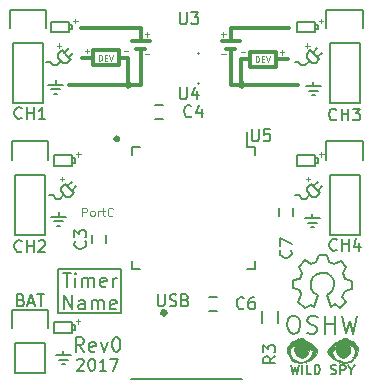
<source format=gto>
G04 #@! TF.FileFunction,Legend,Top*
%FSLAX46Y46*%
G04 Gerber Fmt 4.6, Leading zero omitted, Abs format (unit mm)*
G04 Created by KiCad (PCBNEW 4.0.2+dfsg1-stable) date Sat 12 Nov 2016 15:30:03 AEDT*
%MOMM*%
G01*
G04 APERTURE LIST*
%ADD10C,0.100000*%
%ADD11C,0.200000*%
%ADD12C,0.125000*%
%ADD13C,0.150000*%
%ADD14C,0.300000*%
%ADD15C,0.500000*%
%ADD16C,0.010000*%
G04 APERTURE END LIST*
D10*
D11*
X195328572Y-124692857D02*
X194928572Y-124121429D01*
X194642857Y-124692857D02*
X194642857Y-123492857D01*
X195100000Y-123492857D01*
X195214286Y-123550000D01*
X195271429Y-123607143D01*
X195328572Y-123721429D01*
X195328572Y-123892857D01*
X195271429Y-124007143D01*
X195214286Y-124064286D01*
X195100000Y-124121429D01*
X194642857Y-124121429D01*
X196300000Y-124635714D02*
X196185714Y-124692857D01*
X195957143Y-124692857D01*
X195842857Y-124635714D01*
X195785714Y-124521429D01*
X195785714Y-124064286D01*
X195842857Y-123950000D01*
X195957143Y-123892857D01*
X196185714Y-123892857D01*
X196300000Y-123950000D01*
X196357143Y-124064286D01*
X196357143Y-124178571D01*
X195785714Y-124292857D01*
X196757143Y-123892857D02*
X197042857Y-124692857D01*
X197328571Y-123892857D01*
X198014286Y-123492857D02*
X198128571Y-123492857D01*
X198242857Y-123550000D01*
X198300000Y-123607143D01*
X198357143Y-123721429D01*
X198414286Y-123950000D01*
X198414286Y-124235714D01*
X198357143Y-124464286D01*
X198300000Y-124578571D01*
X198242857Y-124635714D01*
X198128571Y-124692857D01*
X198014286Y-124692857D01*
X197900000Y-124635714D01*
X197842857Y-124578571D01*
X197785714Y-124464286D01*
X197728571Y-124235714D01*
X197728571Y-123950000D01*
X197785714Y-123721429D01*
X197842857Y-123607143D01*
X197900000Y-123550000D01*
X198014286Y-123492857D01*
X194754714Y-125404619D02*
X194802333Y-125357000D01*
X194897571Y-125309381D01*
X195135667Y-125309381D01*
X195230905Y-125357000D01*
X195278524Y-125404619D01*
X195326143Y-125499857D01*
X195326143Y-125595095D01*
X195278524Y-125737952D01*
X194707095Y-126309381D01*
X195326143Y-126309381D01*
X195945190Y-125309381D02*
X196040429Y-125309381D01*
X196135667Y-125357000D01*
X196183286Y-125404619D01*
X196230905Y-125499857D01*
X196278524Y-125690333D01*
X196278524Y-125928429D01*
X196230905Y-126118905D01*
X196183286Y-126214143D01*
X196135667Y-126261762D01*
X196040429Y-126309381D01*
X195945190Y-126309381D01*
X195849952Y-126261762D01*
X195802333Y-126214143D01*
X195754714Y-126118905D01*
X195707095Y-125928429D01*
X195707095Y-125690333D01*
X195754714Y-125499857D01*
X195802333Y-125404619D01*
X195849952Y-125357000D01*
X195945190Y-125309381D01*
X197230905Y-126309381D02*
X196659476Y-126309381D01*
X196945190Y-126309381D02*
X196945190Y-125309381D01*
X196849952Y-125452238D01*
X196754714Y-125547476D01*
X196659476Y-125595095D01*
X197564238Y-125309381D02*
X198230905Y-125309381D01*
X197802333Y-126309381D01*
X198501000Y-117729000D02*
X198501000Y-121412000D01*
X193167000Y-117729000D02*
X198501000Y-117729000D01*
X193167000Y-121412000D02*
X193167000Y-117729000D01*
X193167000Y-121412000D02*
X198374000Y-121412000D01*
X193519715Y-118036857D02*
X194205429Y-118036857D01*
X193862572Y-119236857D02*
X193862572Y-118036857D01*
X194605429Y-119236857D02*
X194605429Y-118436857D01*
X194605429Y-118036857D02*
X194548286Y-118094000D01*
X194605429Y-118151143D01*
X194662572Y-118094000D01*
X194605429Y-118036857D01*
X194605429Y-118151143D01*
X195176858Y-119236857D02*
X195176858Y-118436857D01*
X195176858Y-118551143D02*
X195234001Y-118494000D01*
X195348287Y-118436857D01*
X195519715Y-118436857D01*
X195634001Y-118494000D01*
X195691144Y-118608286D01*
X195691144Y-119236857D01*
X195691144Y-118608286D02*
X195748287Y-118494000D01*
X195862573Y-118436857D01*
X196034001Y-118436857D01*
X196148287Y-118494000D01*
X196205430Y-118608286D01*
X196205430Y-119236857D01*
X197234001Y-119179714D02*
X197119715Y-119236857D01*
X196891144Y-119236857D01*
X196776858Y-119179714D01*
X196719715Y-119065429D01*
X196719715Y-118608286D01*
X196776858Y-118494000D01*
X196891144Y-118436857D01*
X197119715Y-118436857D01*
X197234001Y-118494000D01*
X197291144Y-118608286D01*
X197291144Y-118722571D01*
X196719715Y-118836857D01*
X197805429Y-119236857D02*
X197805429Y-118436857D01*
X197805429Y-118665429D02*
X197862572Y-118551143D01*
X197919715Y-118494000D01*
X198034001Y-118436857D01*
X198148286Y-118436857D01*
X193634000Y-121116857D02*
X193634000Y-119916857D01*
X194319715Y-121116857D01*
X194319715Y-119916857D01*
X195405429Y-121116857D02*
X195405429Y-120488286D01*
X195348286Y-120374000D01*
X195234000Y-120316857D01*
X195005429Y-120316857D01*
X194891143Y-120374000D01*
X195405429Y-121059714D02*
X195291143Y-121116857D01*
X195005429Y-121116857D01*
X194891143Y-121059714D01*
X194834000Y-120945429D01*
X194834000Y-120831143D01*
X194891143Y-120716857D01*
X195005429Y-120659714D01*
X195291143Y-120659714D01*
X195405429Y-120602571D01*
X195976857Y-121116857D02*
X195976857Y-120316857D01*
X195976857Y-120431143D02*
X196034000Y-120374000D01*
X196148286Y-120316857D01*
X196319714Y-120316857D01*
X196434000Y-120374000D01*
X196491143Y-120488286D01*
X196491143Y-121116857D01*
X196491143Y-120488286D02*
X196548286Y-120374000D01*
X196662572Y-120316857D01*
X196834000Y-120316857D01*
X196948286Y-120374000D01*
X197005429Y-120488286D01*
X197005429Y-121116857D01*
X198034000Y-121059714D02*
X197919714Y-121116857D01*
X197691143Y-121116857D01*
X197576857Y-121059714D01*
X197519714Y-120945429D01*
X197519714Y-120488286D01*
X197576857Y-120374000D01*
X197691143Y-120316857D01*
X197919714Y-120316857D01*
X198034000Y-120374000D01*
X198091143Y-120488286D01*
X198091143Y-120602571D01*
X197519714Y-120716857D01*
X193566000Y-125014000D02*
X193566000Y-124633000D01*
X193185000Y-125395000D02*
X193947000Y-125395000D01*
X192931000Y-125014000D02*
X194201000Y-125014000D01*
X193439000Y-125776000D02*
X193693000Y-125776000D01*
X194328000Y-122474000D02*
X194582000Y-122474000D01*
X194582000Y-122855000D02*
X194328000Y-122855000D01*
X192804000Y-122220000D02*
X192804000Y-123109000D01*
X194328000Y-123109000D02*
X194328000Y-122220000D01*
X192804000Y-123109000D02*
X194328000Y-123109000D01*
D12*
X194645524Y-122128714D02*
X195026476Y-122128714D01*
X194836000Y-122319190D02*
X194836000Y-121938238D01*
D11*
X194328000Y-122220000D02*
X192804000Y-122220000D01*
X194582000Y-122474000D02*
X194582000Y-122855000D01*
D13*
X201588095Y-119852381D02*
X201588095Y-120661905D01*
X201635714Y-120757143D01*
X201683333Y-120804762D01*
X201778571Y-120852381D01*
X201969048Y-120852381D01*
X202064286Y-120804762D01*
X202111905Y-120757143D01*
X202159524Y-120661905D01*
X202159524Y-119852381D01*
X202588095Y-120804762D02*
X202730952Y-120852381D01*
X202969048Y-120852381D01*
X203064286Y-120804762D01*
X203111905Y-120757143D01*
X203159524Y-120661905D01*
X203159524Y-120566667D01*
X203111905Y-120471429D01*
X203064286Y-120423810D01*
X202969048Y-120376190D01*
X202778571Y-120328571D01*
X202683333Y-120280952D01*
X202635714Y-120233333D01*
X202588095Y-120138095D01*
X202588095Y-120042857D01*
X202635714Y-119947619D01*
X202683333Y-119900000D01*
X202778571Y-119852381D01*
X203016667Y-119852381D01*
X203159524Y-119900000D01*
X203921429Y-120328571D02*
X204064286Y-120376190D01*
X204111905Y-120423810D01*
X204159524Y-120519048D01*
X204159524Y-120661905D01*
X204111905Y-120757143D01*
X204064286Y-120804762D01*
X203969048Y-120852381D01*
X203588095Y-120852381D01*
X203588095Y-119852381D01*
X203921429Y-119852381D01*
X204016667Y-119900000D01*
X204064286Y-119947619D01*
X204111905Y-120042857D01*
X204111905Y-120138095D01*
X204064286Y-120233333D01*
X204016667Y-120280952D01*
X203921429Y-120328571D01*
X203588095Y-120328571D01*
X190015905Y-120324571D02*
X190158762Y-120372190D01*
X190206381Y-120419810D01*
X190254000Y-120515048D01*
X190254000Y-120657905D01*
X190206381Y-120753143D01*
X190158762Y-120800762D01*
X190063524Y-120848381D01*
X189682571Y-120848381D01*
X189682571Y-119848381D01*
X190015905Y-119848381D01*
X190111143Y-119896000D01*
X190158762Y-119943619D01*
X190206381Y-120038857D01*
X190206381Y-120134095D01*
X190158762Y-120229333D01*
X190111143Y-120276952D01*
X190015905Y-120324571D01*
X189682571Y-120324571D01*
X190634952Y-120562667D02*
X191111143Y-120562667D01*
X190539714Y-120848381D02*
X190873047Y-119848381D01*
X191206381Y-120848381D01*
X191396857Y-119848381D02*
X191968286Y-119848381D01*
X191682571Y-120848381D02*
X191682571Y-119848381D01*
D11*
X212833286Y-125799905D02*
X213023762Y-126599905D01*
X213176143Y-126028476D01*
X213328524Y-126599905D01*
X213519000Y-125799905D01*
X213823762Y-126599905D02*
X213823762Y-125799905D01*
X214585667Y-126599905D02*
X214204714Y-126599905D01*
X214204714Y-125799905D01*
X214852333Y-126599905D02*
X214852333Y-125799905D01*
X215042809Y-125799905D01*
X215157095Y-125838000D01*
X215233286Y-125914190D01*
X215271381Y-125990381D01*
X215309476Y-126142762D01*
X215309476Y-126257048D01*
X215271381Y-126409429D01*
X215233286Y-126485619D01*
X215157095Y-126561810D01*
X215042809Y-126599905D01*
X214852333Y-126599905D01*
X216223762Y-126561810D02*
X216338048Y-126599905D01*
X216528524Y-126599905D01*
X216604714Y-126561810D01*
X216642810Y-126523714D01*
X216680905Y-126447524D01*
X216680905Y-126371333D01*
X216642810Y-126295143D01*
X216604714Y-126257048D01*
X216528524Y-126218952D01*
X216376143Y-126180857D01*
X216299952Y-126142762D01*
X216261857Y-126104667D01*
X216223762Y-126028476D01*
X216223762Y-125952286D01*
X216261857Y-125876095D01*
X216299952Y-125838000D01*
X216376143Y-125799905D01*
X216566619Y-125799905D01*
X216680905Y-125838000D01*
X217023762Y-126599905D02*
X217023762Y-125799905D01*
X217328524Y-125799905D01*
X217404715Y-125838000D01*
X217442810Y-125876095D01*
X217480905Y-125952286D01*
X217480905Y-126066571D01*
X217442810Y-126142762D01*
X217404715Y-126180857D01*
X217328524Y-126218952D01*
X217023762Y-126218952D01*
X217976143Y-126218952D02*
X217976143Y-126599905D01*
X217709476Y-125799905D02*
X217976143Y-126218952D01*
X218242810Y-125799905D01*
X213536679Y-111452185D02*
X213219179Y-111452185D01*
X214298679Y-113801685D02*
X215060679Y-113801685D01*
X214044679Y-113420685D02*
X215314679Y-113420685D01*
X214552679Y-114182685D02*
X214806679Y-114182685D01*
X214679679Y-113420685D02*
X214679679Y-113039685D01*
X214997179Y-111579185D02*
X214679679Y-111579185D01*
X214108179Y-111769685D02*
X213790679Y-111769685D01*
X215187679Y-111134685D02*
X215314679Y-111261685D01*
X215314679Y-111261685D02*
X214997179Y-111579185D01*
X213790679Y-111769685D02*
X213536679Y-111452185D01*
X214489179Y-111388685D02*
X214108179Y-111769685D01*
X214235179Y-111134685D02*
X214679679Y-111579185D01*
X214552679Y-110499685D02*
X215187679Y-111134685D01*
X214743179Y-110690185D02*
X215124179Y-110309185D01*
X214235179Y-111134685D02*
X214235179Y-110817185D01*
D12*
X214108203Y-110090899D02*
X214489155Y-110090899D01*
X214298679Y-110281375D02*
X214298679Y-109900423D01*
D11*
X214552679Y-110499685D02*
X214235179Y-110817185D01*
X215124179Y-111071185D02*
X215505179Y-110690185D01*
D12*
X215251203Y-107995399D02*
X215632155Y-107995399D01*
X215441679Y-108185875D02*
X215441679Y-107804923D01*
D11*
X215187679Y-108340685D02*
X215187679Y-108721685D01*
X214933679Y-108340685D02*
X215187679Y-108340685D01*
X214933679Y-108975685D02*
X214933679Y-108086685D01*
X213409679Y-108975685D02*
X214933679Y-108975685D01*
X213409679Y-108086685D02*
X213409679Y-108975685D01*
X215187679Y-108721685D02*
X214933679Y-108721685D01*
X214933679Y-108086685D02*
X213409679Y-108086685D01*
D12*
X194677203Y-107995399D02*
X195058155Y-107995399D01*
X194867679Y-108185875D02*
X194867679Y-107804923D01*
D11*
X194296179Y-111071185D02*
X194677179Y-110690185D01*
X194613679Y-108721685D02*
X194359679Y-108721685D01*
X194613679Y-108340685D02*
X194613679Y-108721685D01*
X194359679Y-111134685D02*
X194486679Y-111261685D01*
X194359679Y-108340685D02*
X194613679Y-108340685D01*
X194359679Y-108975685D02*
X194359679Y-108086685D01*
X194359679Y-108086685D02*
X192835679Y-108086685D01*
X192835679Y-108086685D02*
X192835679Y-108975685D01*
X193915179Y-110690185D02*
X194296179Y-110309185D01*
X192835679Y-108975685D02*
X194359679Y-108975685D01*
D12*
X193280203Y-110090899D02*
X193661155Y-110090899D01*
X193470679Y-110281375D02*
X193470679Y-109900423D01*
D11*
X193407179Y-111134685D02*
X193851679Y-111579185D01*
X194169179Y-111579185D02*
X193851679Y-111579185D01*
X193724679Y-110499685D02*
X193407179Y-110817185D01*
X193407179Y-111134685D02*
X193407179Y-110817185D01*
X193724679Y-110499685D02*
X194359679Y-111134685D01*
X194486679Y-111261685D02*
X194169179Y-111579185D01*
X193216679Y-113293685D02*
X193216679Y-112912685D01*
X192835679Y-113674685D02*
X193597679Y-113674685D01*
X193089679Y-114055685D02*
X193343679Y-114055685D01*
X192708679Y-111452185D02*
X192391179Y-111452185D01*
X193280179Y-111769685D02*
X192962679Y-111769685D01*
X192581679Y-113293685D02*
X193851679Y-113293685D01*
X192962679Y-111769685D02*
X192708679Y-111452185D01*
X193661179Y-111388685D02*
X193280179Y-111769685D01*
D12*
X198691524Y-99222714D02*
X199072476Y-99222714D01*
X195389524Y-99222714D02*
X195770476Y-99222714D01*
X195580000Y-99413190D02*
X195580000Y-99032238D01*
D14*
X195199000Y-99822000D02*
X196088000Y-99822000D01*
X198296679Y-99196685D02*
X196088000Y-99187000D01*
D12*
X196582251Y-100057875D02*
X196582251Y-99557875D01*
X196701298Y-99557875D01*
X196772727Y-99581685D01*
X196820346Y-99629304D01*
X196844155Y-99676923D01*
X196867965Y-99772161D01*
X196867965Y-99843590D01*
X196844155Y-99938828D01*
X196820346Y-99986447D01*
X196772727Y-100034066D01*
X196701298Y-100057875D01*
X196582251Y-100057875D01*
X197082251Y-99795971D02*
X197248917Y-99795971D01*
X197320346Y-100057875D02*
X197082251Y-100057875D01*
X197082251Y-99557875D01*
X197320346Y-99557875D01*
X197463203Y-99557875D02*
X197629870Y-100057875D01*
X197796536Y-99557875D01*
D14*
X198296679Y-100466685D02*
X198296679Y-99196685D01*
X196088000Y-100457000D02*
X198296679Y-100466685D01*
X196088000Y-99196685D02*
X196088000Y-100466685D01*
X199058679Y-99831685D02*
X198296679Y-99831685D01*
X199058679Y-99831685D02*
X199058679Y-102109312D01*
X199238284Y-102108000D02*
G75*
G03X199238284Y-102108000I-179605J0D01*
G01*
X199390000Y-98425000D02*
X200914000Y-98425000D01*
X200152000Y-97282000D02*
X200152000Y-98425000D01*
X200152000Y-99060000D02*
X200152000Y-102108000D01*
D12*
X200469524Y-97825714D02*
X200850476Y-97825714D01*
X200660000Y-98016190D02*
X200660000Y-97635238D01*
D14*
X199771000Y-99060000D02*
X200533000Y-99060000D01*
D12*
X200469524Y-99486399D02*
X200850476Y-99486399D01*
D14*
X194054678Y-102108000D02*
X200152000Y-102108000D01*
X200152000Y-97282000D02*
X195072000Y-97282000D01*
D11*
X193407179Y-100085685D02*
X193026179Y-100466685D01*
X192708679Y-100466685D02*
X192454679Y-100149185D01*
X193026179Y-100466685D02*
X192708679Y-100466685D01*
X193153179Y-99831685D02*
X193597679Y-100276185D01*
X194105679Y-96783685D02*
X192581679Y-96783685D01*
X192581679Y-97672685D02*
X194105679Y-97672685D01*
X194105679Y-97672685D02*
X194105679Y-96783685D01*
X192581679Y-96783685D02*
X192581679Y-97672685D01*
D12*
X193026203Y-98787899D02*
X193407155Y-98787899D01*
X193216679Y-98978375D02*
X193216679Y-98597423D01*
D11*
X193153179Y-99831685D02*
X193153179Y-99514185D01*
X193470679Y-99196685D02*
X194105679Y-99831685D01*
X193470679Y-99196685D02*
X193153179Y-99514185D01*
X193661179Y-99387185D02*
X194042179Y-99006185D01*
X194042179Y-99768185D02*
X194423179Y-99387185D01*
X194105679Y-99831685D02*
X194232679Y-99958685D01*
X194232679Y-99958685D02*
X193915179Y-100276185D01*
X193915179Y-100276185D02*
X193597679Y-100276185D01*
X194359679Y-97418685D02*
X194105679Y-97418685D01*
D12*
X194423203Y-96692399D02*
X194804155Y-96692399D01*
X194613679Y-96882875D02*
X194613679Y-96501923D01*
D11*
X194359679Y-97037685D02*
X194359679Y-97418685D01*
X194105679Y-97037685D02*
X194359679Y-97037685D01*
X192327679Y-102117685D02*
X193597679Y-102117685D01*
X192962679Y-102117685D02*
X192962679Y-101736685D01*
X192835679Y-102879685D02*
X193089679Y-102879685D01*
X192581679Y-102498685D02*
X193343679Y-102498685D01*
X192454679Y-100149185D02*
X192137179Y-100149185D01*
D12*
X206946524Y-97825714D02*
X207327476Y-97825714D01*
X207137000Y-98016190D02*
X207137000Y-97635238D01*
X206946524Y-99476714D02*
X207327476Y-99476714D01*
D14*
X207391000Y-99060000D02*
X208153000Y-99060000D01*
X207010000Y-98425000D02*
X208534000Y-98425000D01*
X208840605Y-102108000D02*
G75*
G03X208840605Y-102108000I-179605J0D01*
G01*
D12*
X208597524Y-99349714D02*
X208978476Y-99349714D01*
X211899524Y-99349714D02*
X212280476Y-99349714D01*
X212090000Y-99540190D02*
X212090000Y-99159238D01*
D14*
X208661000Y-99949000D02*
X208661000Y-102108000D01*
X209423000Y-99949000D02*
X208661000Y-99949000D01*
X211582000Y-99949000D02*
X212598000Y-99949000D01*
D12*
X209867572Y-100175190D02*
X209867572Y-99675190D01*
X209986619Y-99675190D01*
X210058048Y-99699000D01*
X210105667Y-99746619D01*
X210129476Y-99794238D01*
X210153286Y-99889476D01*
X210153286Y-99960905D01*
X210129476Y-100056143D01*
X210105667Y-100103762D01*
X210058048Y-100151381D01*
X209986619Y-100175190D01*
X209867572Y-100175190D01*
X210367572Y-99913286D02*
X210534238Y-99913286D01*
X210605667Y-100175190D02*
X210367572Y-100175190D01*
X210367572Y-99675190D01*
X210605667Y-99675190D01*
X210748524Y-99675190D02*
X210915191Y-100175190D01*
X211081857Y-99675190D01*
D14*
X211582000Y-99314000D02*
X209423000Y-99314000D01*
X211582000Y-100584000D02*
X211582000Y-99314000D01*
X209423000Y-100584000D02*
X211582000Y-100584000D01*
X209423000Y-99314000D02*
X209423000Y-100584000D01*
X207772000Y-102108000D02*
X213487000Y-102108000D01*
X207772000Y-99060000D02*
X207772000Y-102108000D01*
X207772000Y-97282000D02*
X207772000Y-98425000D01*
X212725000Y-97282000D02*
X207772000Y-97282000D01*
D12*
X214058524Y-98778214D02*
X214439476Y-98778214D01*
X214249000Y-98968690D02*
X214249000Y-98587738D01*
D11*
X213487000Y-100139500D02*
X213169500Y-100139500D01*
X213741000Y-100457000D02*
X213487000Y-100139500D01*
X214058500Y-100457000D02*
X213741000Y-100457000D01*
X214439500Y-100076000D02*
X214058500Y-100457000D01*
X214185500Y-99822000D02*
X214185500Y-99504500D01*
X214947500Y-100266500D02*
X214630000Y-100266500D01*
X214503000Y-99187000D02*
X214185500Y-99504500D01*
X215074500Y-99758500D02*
X215455500Y-99377500D01*
X214693500Y-99377500D02*
X215074500Y-98996500D01*
X215265000Y-99949000D02*
X214947500Y-100266500D01*
X214185500Y-99822000D02*
X214630000Y-100266500D01*
X215138000Y-99822000D02*
X215265000Y-99949000D01*
X214503000Y-99187000D02*
X215138000Y-99822000D01*
D12*
X215201524Y-96682714D02*
X215582476Y-96682714D01*
X215392000Y-96873190D02*
X215392000Y-96492238D01*
D11*
X215138000Y-97409000D02*
X214884000Y-97409000D01*
X215138000Y-97028000D02*
X215138000Y-97409000D01*
X214884000Y-97028000D02*
X215138000Y-97028000D01*
X214884000Y-96774000D02*
X213360000Y-96774000D01*
X213360000Y-96774000D02*
X213360000Y-97663000D01*
X213360000Y-97663000D02*
X214884000Y-97663000D01*
X214884000Y-97663000D02*
X214884000Y-96774000D01*
X214757000Y-102235000D02*
X214757000Y-101854000D01*
X214630000Y-102997000D02*
X214884000Y-102997000D01*
X214376000Y-102616000D02*
X215138000Y-102616000D01*
X214122000Y-102235000D02*
X215392000Y-102235000D01*
D13*
X189480000Y-109720000D02*
X189480000Y-114800000D01*
X189480000Y-114800000D02*
X192020000Y-114800000D01*
X192020000Y-114800000D02*
X192020000Y-109720000D01*
X192300000Y-106900000D02*
X192300000Y-108450000D01*
X192020000Y-109720000D02*
X189480000Y-109720000D01*
X189200000Y-108450000D02*
X189200000Y-106900000D01*
X189200000Y-106900000D02*
X192300000Y-106900000D01*
X192024000Y-123952000D02*
X192024000Y-126492000D01*
X192304000Y-121132000D02*
X192304000Y-122682000D01*
X192024000Y-123952000D02*
X189484000Y-123952000D01*
X189204000Y-122682000D02*
X189204000Y-121132000D01*
X189204000Y-121132000D02*
X192304000Y-121132000D01*
X189484000Y-123952000D02*
X189484000Y-126492000D01*
X189484000Y-126492000D02*
X192024000Y-126492000D01*
X197196000Y-114839000D02*
X197196000Y-115539000D01*
X195996000Y-115539000D02*
X195996000Y-114839000D01*
X202026000Y-104994000D02*
X201326000Y-104994000D01*
X201326000Y-103794000D02*
X202026000Y-103794000D01*
X205898000Y-120050000D02*
X206598000Y-120050000D01*
X206598000Y-121250000D02*
X205898000Y-121250000D01*
X211871000Y-113253000D02*
X211871000Y-112553000D01*
X213071000Y-112553000D02*
X213071000Y-113253000D01*
X189330000Y-98570000D02*
X189330000Y-103650000D01*
X189330000Y-103650000D02*
X191870000Y-103650000D01*
X191870000Y-103650000D02*
X191870000Y-98570000D01*
X192150000Y-95750000D02*
X192150000Y-97300000D01*
X191870000Y-98570000D02*
X189330000Y-98570000D01*
X189050000Y-97300000D02*
X189050000Y-95750000D01*
X189050000Y-95750000D02*
X192150000Y-95750000D01*
X216130000Y-98570000D02*
X216130000Y-103650000D01*
X216130000Y-103650000D02*
X218670000Y-103650000D01*
X218670000Y-103650000D02*
X218670000Y-98570000D01*
X218950000Y-95750000D02*
X218950000Y-97300000D01*
X218670000Y-98570000D02*
X216130000Y-98570000D01*
X215850000Y-97300000D02*
X215850000Y-95750000D01*
X215850000Y-95750000D02*
X218950000Y-95750000D01*
X211749000Y-121293000D02*
X211749000Y-122293000D01*
X210399000Y-122293000D02*
X210399000Y-121293000D01*
X209772000Y-107347000D02*
X209097000Y-107347000D01*
X209772000Y-117697000D02*
X209097000Y-117697000D01*
X199422000Y-117697000D02*
X200097000Y-117697000D01*
X199422000Y-107347000D02*
X200097000Y-107347000D01*
X209772000Y-107347000D02*
X209772000Y-108022000D01*
X199422000Y-107347000D02*
X199422000Y-108022000D01*
X199422000Y-117697000D02*
X199422000Y-117022000D01*
X209772000Y-117697000D02*
X209772000Y-117022000D01*
X209097000Y-107347000D02*
X209097000Y-106072000D01*
X205100642Y-99466400D02*
G75*
G03X205100642Y-99466400I-71842J0D01*
G01*
X205100642Y-102006400D02*
G75*
G03X205100642Y-102006400I-71842J0D01*
G01*
X216130000Y-109720000D02*
X216130000Y-114800000D01*
X216130000Y-114800000D02*
X218670000Y-114800000D01*
X218670000Y-114800000D02*
X218670000Y-109720000D01*
X218950000Y-106900000D02*
X218950000Y-108450000D01*
X218670000Y-109720000D02*
X216130000Y-109720000D01*
X215850000Y-108450000D02*
X215850000Y-106900000D01*
X215850000Y-106900000D02*
X218950000Y-106900000D01*
D15*
X202190131Y-121405000D02*
G75*
G03X202190131Y-121405000I-95131J0D01*
G01*
D13*
X199300000Y-127000000D02*
X208700000Y-127000000D01*
X217187780Y-121688860D02*
X217548460Y-123159520D01*
X217548460Y-123159520D02*
X217827860Y-122097800D01*
X217827860Y-122097800D02*
X218137740Y-123169680D01*
X218137740Y-123169680D02*
X218478100Y-121719340D01*
X215767920Y-122379740D02*
X216557860Y-122369580D01*
X216557860Y-122369580D02*
X216568020Y-122379740D01*
X216568020Y-122379740D02*
X216568020Y-122369580D01*
X216608660Y-121658380D02*
X216608660Y-123200160D01*
X215719660Y-121648220D02*
X215719660Y-123217940D01*
X215719660Y-123217940D02*
X215729820Y-123207780D01*
X215168480Y-121749820D02*
X214817960Y-121668540D01*
X214817960Y-121668540D02*
X214497920Y-121658380D01*
X214497920Y-121658380D02*
X214259160Y-121859040D01*
X214259160Y-121859040D02*
X214228680Y-122128280D01*
X214228680Y-122128280D02*
X214469980Y-122369580D01*
X214469980Y-122369580D02*
X214858600Y-122499120D01*
X214858600Y-122499120D02*
X215038940Y-122659140D01*
X215038940Y-122659140D02*
X215079580Y-122958860D01*
X215079580Y-122958860D02*
X214848440Y-123179840D01*
X214848440Y-123179840D02*
X214528400Y-123207780D01*
X214528400Y-123207780D02*
X214177880Y-123098560D01*
X213139020Y-121648220D02*
X212890100Y-121668540D01*
X212890100Y-121668540D02*
X212648800Y-121909840D01*
X212648800Y-121909840D02*
X212559900Y-122400060D01*
X212559900Y-122400060D02*
X212587840Y-122748040D01*
X212587840Y-122748040D02*
X212788500Y-123068080D01*
X212788500Y-123068080D02*
X213039960Y-123190000D01*
X213039960Y-123190000D02*
X213349840Y-123118880D01*
X213349840Y-123118880D02*
X213568280Y-122938540D01*
X213568280Y-122938540D02*
X213639400Y-122478800D01*
X213639400Y-122478800D02*
X213588600Y-122069860D01*
X213588600Y-122069860D02*
X213479380Y-121787920D01*
X213479380Y-121787920D02*
X213118700Y-121658380D01*
X213738460Y-119928640D02*
X213479380Y-120489980D01*
X213479380Y-120489980D02*
X214017860Y-121008140D01*
X214017860Y-121008140D02*
X214538560Y-120738900D01*
X214538560Y-120738900D02*
X214817960Y-120898920D01*
X216258140Y-120878600D02*
X216588340Y-120688100D01*
X216588340Y-120688100D02*
X217027760Y-121018300D01*
X217027760Y-121018300D02*
X217500200Y-120528080D01*
X217500200Y-120528080D02*
X217218260Y-120048020D01*
X217218260Y-120048020D02*
X217408760Y-119578120D01*
X217408760Y-119578120D02*
X218018360Y-119390160D01*
X218018360Y-119390160D02*
X218018360Y-118709440D01*
X218018360Y-118709440D02*
X217459560Y-118569740D01*
X217459560Y-118569740D02*
X217258900Y-117998240D01*
X217258900Y-117998240D02*
X217528140Y-117528340D01*
X217528140Y-117528340D02*
X217058240Y-117017800D01*
X217058240Y-117017800D02*
X216540080Y-117279420D01*
X216540080Y-117279420D02*
X216070180Y-117078760D01*
X216070180Y-117078760D02*
X215900000Y-116537740D01*
X215900000Y-116537740D02*
X215209120Y-116519960D01*
X215209120Y-116519960D02*
X214998300Y-117068600D01*
X214998300Y-117068600D02*
X214579200Y-117238780D01*
X214579200Y-117238780D02*
X214028020Y-116969540D01*
X214028020Y-116969540D02*
X213509860Y-117497860D01*
X213509860Y-117497860D02*
X213758780Y-118038880D01*
X213758780Y-118038880D02*
X213588600Y-118518940D01*
X213588600Y-118518940D02*
X213039960Y-118618000D01*
X213039960Y-118618000D02*
X213029800Y-119319040D01*
X213029800Y-119319040D02*
X213588600Y-119519700D01*
X213588600Y-119519700D02*
X213728300Y-119918480D01*
X215869520Y-119898160D02*
X216169240Y-119748300D01*
X216169240Y-119748300D02*
X216369900Y-119550180D01*
X216369900Y-119550180D02*
X216519760Y-119148860D01*
X216519760Y-119148860D02*
X216519760Y-118750080D01*
X216519760Y-118750080D02*
X216369900Y-118399560D01*
X216369900Y-118399560D02*
X215917780Y-118049040D01*
X215917780Y-118049040D02*
X215468200Y-117998240D01*
X215468200Y-117998240D02*
X215069420Y-118099840D01*
X215069420Y-118099840D02*
X214668100Y-118447820D01*
X214668100Y-118447820D02*
X214518240Y-118899940D01*
X214518240Y-118899940D02*
X214569040Y-119397780D01*
X214569040Y-119397780D02*
X214817960Y-119700040D01*
X214817960Y-119700040D02*
X215168480Y-119898160D01*
X215168480Y-119898160D02*
X214817960Y-120898920D01*
X215869520Y-119898160D02*
X216268300Y-120898920D01*
D15*
X198183500Y-106680000D02*
G75*
G03X198183500Y-106680000I-63500J0D01*
G01*
D16*
G36*
X213758717Y-123568672D02*
X213930320Y-123666300D01*
X213930736Y-123666552D01*
X214107846Y-123763436D01*
X214285815Y-123845106D01*
X214361040Y-123872946D01*
X214495436Y-123947260D01*
X214658383Y-124081398D01*
X214824583Y-124249032D01*
X214968736Y-124423830D01*
X215065545Y-124579462D01*
X215083750Y-124625134D01*
X215075790Y-124763520D01*
X214982391Y-124940773D01*
X214808255Y-125148887D01*
X214731143Y-125225588D01*
X214604352Y-125327491D01*
X214454448Y-125421474D01*
X214312717Y-125490645D01*
X214210444Y-125518110D01*
X214193200Y-125516045D01*
X214130317Y-125523317D01*
X214004325Y-125551713D01*
X213849171Y-125592320D01*
X213698805Y-125636221D01*
X213587174Y-125674502D01*
X213582455Y-125676424D01*
X213497604Y-125670328D01*
X213468197Y-125627273D01*
X213416791Y-125571364D01*
X213309841Y-125572301D01*
X213283841Y-125577590D01*
X213165794Y-125587009D01*
X213131400Y-125553238D01*
X213100461Y-125519270D01*
X213080210Y-125527040D01*
X213008904Y-125521645D01*
X212933085Y-125458882D01*
X212889324Y-125374306D01*
X212889192Y-125341330D01*
X212861271Y-125282783D01*
X212826600Y-125272800D01*
X212767327Y-125233960D01*
X212764933Y-125201489D01*
X212745365Y-125122234D01*
X212678819Y-125005084D01*
X212649755Y-124964736D01*
X212562351Y-124822457D01*
X212538475Y-124682585D01*
X212543750Y-124615860D01*
X212736918Y-124615860D01*
X212762521Y-124833262D01*
X212824371Y-125025593D01*
X212981923Y-125261254D01*
X213213967Y-125443574D01*
X213399495Y-125526444D01*
X213580990Y-125552267D01*
X213808812Y-125537535D01*
X214038765Y-125487833D01*
X214196250Y-125425771D01*
X214383985Y-125285045D01*
X214476352Y-125171200D01*
X214706200Y-125171200D01*
X214731600Y-125196600D01*
X214757000Y-125171200D01*
X214731600Y-125145800D01*
X214706200Y-125171200D01*
X214476352Y-125171200D01*
X214544701Y-125086959D01*
X214657721Y-124864168D01*
X214702368Y-124649328D01*
X214702189Y-124626731D01*
X214690895Y-124560409D01*
X214673625Y-124571093D01*
X214626881Y-124590646D01*
X214553926Y-124551220D01*
X214485515Y-124477963D01*
X214452403Y-124396022D01*
X214452200Y-124390036D01*
X214469366Y-124352472D01*
X214531977Y-124385921D01*
X214566500Y-124414026D01*
X214680800Y-124510800D01*
X214579768Y-124391794D01*
X214478439Y-124289963D01*
X214393952Y-124227414D01*
X214339220Y-124207192D01*
X214336346Y-124247536D01*
X214362758Y-124324015D01*
X214395506Y-124546353D01*
X214341268Y-124776296D01*
X214208032Y-124985363D01*
X214164858Y-125029579D01*
X213971343Y-125157835D01*
X213772608Y-125198879D01*
X213581067Y-125165556D01*
X213409134Y-125070712D01*
X213269223Y-124927192D01*
X213173748Y-124747842D01*
X213135123Y-124545509D01*
X213165763Y-124333036D01*
X213165782Y-124333000D01*
X213664800Y-124333000D01*
X213680354Y-124372984D01*
X213738001Y-124383800D01*
X213822164Y-124363073D01*
X213842600Y-124333000D01*
X213801671Y-124287436D01*
X213769398Y-124282200D01*
X213682908Y-124313160D01*
X213664800Y-124333000D01*
X213165782Y-124333000D01*
X213278081Y-124123271D01*
X213282952Y-124117015D01*
X213381035Y-123992323D01*
X213243517Y-124018667D01*
X213165501Y-124043309D01*
X213168896Y-124066029D01*
X213169816Y-124066345D01*
X213210464Y-124109007D01*
X213178729Y-124158382D01*
X213100003Y-124180600D01*
X213051123Y-124153107D01*
X213060050Y-124121950D01*
X213066107Y-124087244D01*
X213036820Y-124100061D01*
X212998914Y-124159426D01*
X213004994Y-124181561D01*
X212987226Y-124235122D01*
X212916922Y-124287968D01*
X212838708Y-124324543D01*
X212833006Y-124305405D01*
X212852000Y-124275422D01*
X212862974Y-124249583D01*
X212819913Y-124290707D01*
X212755983Y-124424106D01*
X212736918Y-124615860D01*
X212543750Y-124615860D01*
X212545855Y-124589237D01*
X212552166Y-124444206D01*
X212521897Y-124384802D01*
X212508633Y-124382184D01*
X212489159Y-124358372D01*
X212534499Y-124313084D01*
X212606502Y-124240469D01*
X212624774Y-124200399D01*
X212657618Y-124140313D01*
X212740245Y-124035560D01*
X212807506Y-123960064D01*
X212956452Y-123826483D01*
X213067710Y-123786915D01*
X213082250Y-123789350D01*
X213172343Y-123778123D01*
X213202893Y-123742746D01*
X213266338Y-123670535D01*
X213362212Y-123611548D01*
X213466507Y-123577356D01*
X213525651Y-123603914D01*
X213540660Y-123624688D01*
X213577855Y-123667211D01*
X213587764Y-123614140D01*
X213587822Y-123609100D01*
X213602376Y-123542570D01*
X213654372Y-123528262D01*
X213758717Y-123568672D01*
X213758717Y-123568672D01*
G37*
X213758717Y-123568672D02*
X213930320Y-123666300D01*
X213930736Y-123666552D01*
X214107846Y-123763436D01*
X214285815Y-123845106D01*
X214361040Y-123872946D01*
X214495436Y-123947260D01*
X214658383Y-124081398D01*
X214824583Y-124249032D01*
X214968736Y-124423830D01*
X215065545Y-124579462D01*
X215083750Y-124625134D01*
X215075790Y-124763520D01*
X214982391Y-124940773D01*
X214808255Y-125148887D01*
X214731143Y-125225588D01*
X214604352Y-125327491D01*
X214454448Y-125421474D01*
X214312717Y-125490645D01*
X214210444Y-125518110D01*
X214193200Y-125516045D01*
X214130317Y-125523317D01*
X214004325Y-125551713D01*
X213849171Y-125592320D01*
X213698805Y-125636221D01*
X213587174Y-125674502D01*
X213582455Y-125676424D01*
X213497604Y-125670328D01*
X213468197Y-125627273D01*
X213416791Y-125571364D01*
X213309841Y-125572301D01*
X213283841Y-125577590D01*
X213165794Y-125587009D01*
X213131400Y-125553238D01*
X213100461Y-125519270D01*
X213080210Y-125527040D01*
X213008904Y-125521645D01*
X212933085Y-125458882D01*
X212889324Y-125374306D01*
X212889192Y-125341330D01*
X212861271Y-125282783D01*
X212826600Y-125272800D01*
X212767327Y-125233960D01*
X212764933Y-125201489D01*
X212745365Y-125122234D01*
X212678819Y-125005084D01*
X212649755Y-124964736D01*
X212562351Y-124822457D01*
X212538475Y-124682585D01*
X212543750Y-124615860D01*
X212736918Y-124615860D01*
X212762521Y-124833262D01*
X212824371Y-125025593D01*
X212981923Y-125261254D01*
X213213967Y-125443574D01*
X213399495Y-125526444D01*
X213580990Y-125552267D01*
X213808812Y-125537535D01*
X214038765Y-125487833D01*
X214196250Y-125425771D01*
X214383985Y-125285045D01*
X214476352Y-125171200D01*
X214706200Y-125171200D01*
X214731600Y-125196600D01*
X214757000Y-125171200D01*
X214731600Y-125145800D01*
X214706200Y-125171200D01*
X214476352Y-125171200D01*
X214544701Y-125086959D01*
X214657721Y-124864168D01*
X214702368Y-124649328D01*
X214702189Y-124626731D01*
X214690895Y-124560409D01*
X214673625Y-124571093D01*
X214626881Y-124590646D01*
X214553926Y-124551220D01*
X214485515Y-124477963D01*
X214452403Y-124396022D01*
X214452200Y-124390036D01*
X214469366Y-124352472D01*
X214531977Y-124385921D01*
X214566500Y-124414026D01*
X214680800Y-124510800D01*
X214579768Y-124391794D01*
X214478439Y-124289963D01*
X214393952Y-124227414D01*
X214339220Y-124207192D01*
X214336346Y-124247536D01*
X214362758Y-124324015D01*
X214395506Y-124546353D01*
X214341268Y-124776296D01*
X214208032Y-124985363D01*
X214164858Y-125029579D01*
X213971343Y-125157835D01*
X213772608Y-125198879D01*
X213581067Y-125165556D01*
X213409134Y-125070712D01*
X213269223Y-124927192D01*
X213173748Y-124747842D01*
X213135123Y-124545509D01*
X213165763Y-124333036D01*
X213165782Y-124333000D01*
X213664800Y-124333000D01*
X213680354Y-124372984D01*
X213738001Y-124383800D01*
X213822164Y-124363073D01*
X213842600Y-124333000D01*
X213801671Y-124287436D01*
X213769398Y-124282200D01*
X213682908Y-124313160D01*
X213664800Y-124333000D01*
X213165782Y-124333000D01*
X213278081Y-124123271D01*
X213282952Y-124117015D01*
X213381035Y-123992323D01*
X213243517Y-124018667D01*
X213165501Y-124043309D01*
X213168896Y-124066029D01*
X213169816Y-124066345D01*
X213210464Y-124109007D01*
X213178729Y-124158382D01*
X213100003Y-124180600D01*
X213051123Y-124153107D01*
X213060050Y-124121950D01*
X213066107Y-124087244D01*
X213036820Y-124100061D01*
X212998914Y-124159426D01*
X213004994Y-124181561D01*
X212987226Y-124235122D01*
X212916922Y-124287968D01*
X212838708Y-124324543D01*
X212833006Y-124305405D01*
X212852000Y-124275422D01*
X212862974Y-124249583D01*
X212819913Y-124290707D01*
X212755983Y-124424106D01*
X212736918Y-124615860D01*
X212543750Y-124615860D01*
X212545855Y-124589237D01*
X212552166Y-124444206D01*
X212521897Y-124384802D01*
X212508633Y-124382184D01*
X212489159Y-124358372D01*
X212534499Y-124313084D01*
X212606502Y-124240469D01*
X212624774Y-124200399D01*
X212657618Y-124140313D01*
X212740245Y-124035560D01*
X212807506Y-123960064D01*
X212956452Y-123826483D01*
X213067710Y-123786915D01*
X213082250Y-123789350D01*
X213172343Y-123778123D01*
X213202893Y-123742746D01*
X213266338Y-123670535D01*
X213362212Y-123611548D01*
X213466507Y-123577356D01*
X213525651Y-123603914D01*
X213540660Y-123624688D01*
X213577855Y-123667211D01*
X213587764Y-123614140D01*
X213587822Y-123609100D01*
X213602376Y-123542570D01*
X213654372Y-123528262D01*
X213758717Y-123568672D01*
G36*
X217437201Y-123543182D02*
X217453410Y-123609100D01*
X217466420Y-123657239D01*
X217483043Y-123634500D01*
X217549668Y-123575737D01*
X217663915Y-123603416D01*
X217768061Y-123672600D01*
X217882763Y-123744316D01*
X217977336Y-123774199D01*
X217977428Y-123774200D01*
X218052298Y-123809543D01*
X218161589Y-123897112D01*
X218276986Y-124009215D01*
X218370175Y-124118161D01*
X218412841Y-124196259D01*
X218413225Y-124200399D01*
X218450482Y-124264167D01*
X218503500Y-124313084D01*
X218551192Y-124365257D01*
X218535641Y-124382184D01*
X218500561Y-124429948D01*
X218494219Y-124559391D01*
X218496413Y-124590581D01*
X218484559Y-124787832D01*
X218410230Y-124937645D01*
X218333822Y-125063251D01*
X218292631Y-125172725D01*
X218292215Y-125175363D01*
X218249034Y-125256950D01*
X218206557Y-125275109D01*
X218150347Y-125312374D01*
X218148807Y-125341330D01*
X218124015Y-125440653D01*
X218021652Y-125521628D01*
X217865708Y-125568641D01*
X217790555Y-125574494D01*
X217652059Y-125591036D01*
X217570986Y-125629137D01*
X217563688Y-125641100D01*
X217544843Y-125682468D01*
X217508078Y-125694085D01*
X217427401Y-125674240D01*
X217280233Y-125622457D01*
X217107950Y-125570049D01*
X216942535Y-125534367D01*
X216924633Y-125531861D01*
X216618947Y-125442656D01*
X216340458Y-125256314D01*
X216303229Y-125222000D01*
X216256561Y-125171200D01*
X216281000Y-125171200D01*
X216306400Y-125196600D01*
X216331800Y-125171200D01*
X216306400Y-125145800D01*
X216281000Y-125171200D01*
X216256561Y-125171200D01*
X216099423Y-125000152D01*
X215980017Y-124806642D01*
X215948654Y-124647740D01*
X215953472Y-124619836D01*
X215972712Y-124581752D01*
X216359210Y-124581752D01*
X216359250Y-124757861D01*
X216452163Y-125013535D01*
X216618546Y-125247685D01*
X216749565Y-125365951D01*
X216884129Y-125437227D01*
X217066082Y-125498688D01*
X217261128Y-125542753D01*
X217434970Y-125561842D01*
X217553312Y-125548374D01*
X217560360Y-125545158D01*
X217677302Y-125506827D01*
X217726814Y-125501400D01*
X217826746Y-125462915D01*
X217955850Y-125364019D01*
X218088024Y-125229551D01*
X218197166Y-125084348D01*
X218232921Y-125019799D01*
X218284955Y-124842215D01*
X218298733Y-124636673D01*
X218276485Y-124439383D01*
X218220445Y-124286560D01*
X218184984Y-124242116D01*
X218120044Y-124184609D01*
X218123754Y-124199028D01*
X218163382Y-124252416D01*
X218208987Y-124318933D01*
X218184312Y-124320195D01*
X218121077Y-124287968D01*
X218044427Y-124227456D01*
X218033005Y-124181561D01*
X218023529Y-124119591D01*
X218001179Y-124100061D01*
X217965551Y-124093220D01*
X217977949Y-124121950D01*
X217973562Y-124172650D01*
X217937996Y-124180600D01*
X217856528Y-124156456D01*
X217827658Y-124106646D01*
X217868183Y-124066345D01*
X217874037Y-124043616D01*
X217799552Y-124019637D01*
X217667104Y-123994261D01*
X217786852Y-124170719D01*
X217885450Y-124393696D01*
X217898123Y-124622303D01*
X217834938Y-124836698D01*
X217705961Y-125017034D01*
X217521261Y-125143466D01*
X217290904Y-125196151D01*
X217266442Y-125196600D01*
X217110501Y-125182519D01*
X216989533Y-125125846D01*
X216870256Y-125020469D01*
X216733420Y-124832046D01*
X216657084Y-124617089D01*
X216648968Y-124407528D01*
X216672555Y-124333000D01*
X217195400Y-124333000D01*
X217238075Y-124373875D01*
X217299998Y-124383800D01*
X217370240Y-124364244D01*
X217373200Y-124333000D01*
X217299698Y-124286257D01*
X217268601Y-124282200D01*
X217202945Y-124310603D01*
X217195400Y-124333000D01*
X216672555Y-124333000D01*
X216690419Y-124276557D01*
X216730231Y-124195560D01*
X216711136Y-124188695D01*
X216633514Y-124237716D01*
X216447518Y-124401013D01*
X216359210Y-124581752D01*
X215972712Y-124581752D01*
X216014610Y-124498819D01*
X216134037Y-124343832D01*
X216288210Y-124178344D01*
X216453589Y-124025827D01*
X216606631Y-123909750D01*
X216721587Y-123854048D01*
X216856856Y-123806181D01*
X217025545Y-123722859D01*
X217115485Y-123669766D01*
X217283340Y-123569625D01*
X217385529Y-123528337D01*
X217437201Y-123543182D01*
X217437201Y-123543182D01*
G37*
X217437201Y-123543182D02*
X217453410Y-123609100D01*
X217466420Y-123657239D01*
X217483043Y-123634500D01*
X217549668Y-123575737D01*
X217663915Y-123603416D01*
X217768061Y-123672600D01*
X217882763Y-123744316D01*
X217977336Y-123774199D01*
X217977428Y-123774200D01*
X218052298Y-123809543D01*
X218161589Y-123897112D01*
X218276986Y-124009215D01*
X218370175Y-124118161D01*
X218412841Y-124196259D01*
X218413225Y-124200399D01*
X218450482Y-124264167D01*
X218503500Y-124313084D01*
X218551192Y-124365257D01*
X218535641Y-124382184D01*
X218500561Y-124429948D01*
X218494219Y-124559391D01*
X218496413Y-124590581D01*
X218484559Y-124787832D01*
X218410230Y-124937645D01*
X218333822Y-125063251D01*
X218292631Y-125172725D01*
X218292215Y-125175363D01*
X218249034Y-125256950D01*
X218206557Y-125275109D01*
X218150347Y-125312374D01*
X218148807Y-125341330D01*
X218124015Y-125440653D01*
X218021652Y-125521628D01*
X217865708Y-125568641D01*
X217790555Y-125574494D01*
X217652059Y-125591036D01*
X217570986Y-125629137D01*
X217563688Y-125641100D01*
X217544843Y-125682468D01*
X217508078Y-125694085D01*
X217427401Y-125674240D01*
X217280233Y-125622457D01*
X217107950Y-125570049D01*
X216942535Y-125534367D01*
X216924633Y-125531861D01*
X216618947Y-125442656D01*
X216340458Y-125256314D01*
X216303229Y-125222000D01*
X216256561Y-125171200D01*
X216281000Y-125171200D01*
X216306400Y-125196600D01*
X216331800Y-125171200D01*
X216306400Y-125145800D01*
X216281000Y-125171200D01*
X216256561Y-125171200D01*
X216099423Y-125000152D01*
X215980017Y-124806642D01*
X215948654Y-124647740D01*
X215953472Y-124619836D01*
X215972712Y-124581752D01*
X216359210Y-124581752D01*
X216359250Y-124757861D01*
X216452163Y-125013535D01*
X216618546Y-125247685D01*
X216749565Y-125365951D01*
X216884129Y-125437227D01*
X217066082Y-125498688D01*
X217261128Y-125542753D01*
X217434970Y-125561842D01*
X217553312Y-125548374D01*
X217560360Y-125545158D01*
X217677302Y-125506827D01*
X217726814Y-125501400D01*
X217826746Y-125462915D01*
X217955850Y-125364019D01*
X218088024Y-125229551D01*
X218197166Y-125084348D01*
X218232921Y-125019799D01*
X218284955Y-124842215D01*
X218298733Y-124636673D01*
X218276485Y-124439383D01*
X218220445Y-124286560D01*
X218184984Y-124242116D01*
X218120044Y-124184609D01*
X218123754Y-124199028D01*
X218163382Y-124252416D01*
X218208987Y-124318933D01*
X218184312Y-124320195D01*
X218121077Y-124287968D01*
X218044427Y-124227456D01*
X218033005Y-124181561D01*
X218023529Y-124119591D01*
X218001179Y-124100061D01*
X217965551Y-124093220D01*
X217977949Y-124121950D01*
X217973562Y-124172650D01*
X217937996Y-124180600D01*
X217856528Y-124156456D01*
X217827658Y-124106646D01*
X217868183Y-124066345D01*
X217874037Y-124043616D01*
X217799552Y-124019637D01*
X217667104Y-123994261D01*
X217786852Y-124170719D01*
X217885450Y-124393696D01*
X217898123Y-124622303D01*
X217834938Y-124836698D01*
X217705961Y-125017034D01*
X217521261Y-125143466D01*
X217290904Y-125196151D01*
X217266442Y-125196600D01*
X217110501Y-125182519D01*
X216989533Y-125125846D01*
X216870256Y-125020469D01*
X216733420Y-124832046D01*
X216657084Y-124617089D01*
X216648968Y-124407528D01*
X216672555Y-124333000D01*
X217195400Y-124333000D01*
X217238075Y-124373875D01*
X217299998Y-124383800D01*
X217370240Y-124364244D01*
X217373200Y-124333000D01*
X217299698Y-124286257D01*
X217268601Y-124282200D01*
X217202945Y-124310603D01*
X217195400Y-124333000D01*
X216672555Y-124333000D01*
X216690419Y-124276557D01*
X216730231Y-124195560D01*
X216711136Y-124188695D01*
X216633514Y-124237716D01*
X216447518Y-124401013D01*
X216359210Y-124581752D01*
X215972712Y-124581752D01*
X216014610Y-124498819D01*
X216134037Y-124343832D01*
X216288210Y-124178344D01*
X216453589Y-124025827D01*
X216606631Y-123909750D01*
X216721587Y-123854048D01*
X216856856Y-123806181D01*
X217025545Y-123722859D01*
X217115485Y-123669766D01*
X217283340Y-123569625D01*
X217385529Y-123528337D01*
X217437201Y-123543182D01*
G36*
X214147400Y-125628400D02*
X214122000Y-125653800D01*
X214096600Y-125628400D01*
X214122000Y-125603000D01*
X214147400Y-125628400D01*
X214147400Y-125628400D01*
G37*
X214147400Y-125628400D02*
X214122000Y-125653800D01*
X214096600Y-125628400D01*
X214122000Y-125603000D01*
X214147400Y-125628400D01*
G36*
X216941400Y-125628400D02*
X216916000Y-125653800D01*
X216890600Y-125628400D01*
X216916000Y-125603000D01*
X216941400Y-125628400D01*
X216941400Y-125628400D01*
G37*
X216941400Y-125628400D02*
X216916000Y-125653800D01*
X216890600Y-125628400D01*
X216916000Y-125603000D01*
X216941400Y-125628400D01*
G36*
X212979000Y-125171200D02*
X212953600Y-125196600D01*
X212928200Y-125171200D01*
X212953600Y-125145800D01*
X212979000Y-125171200D01*
X212979000Y-125171200D01*
G37*
X212979000Y-125171200D02*
X212953600Y-125196600D01*
X212928200Y-125171200D01*
X212953600Y-125145800D01*
X212979000Y-125171200D01*
G36*
X212826600Y-124409200D02*
X212801200Y-124434600D01*
X212775800Y-124409200D01*
X212801200Y-124383800D01*
X212826600Y-124409200D01*
X212826600Y-124409200D01*
G37*
X212826600Y-124409200D02*
X212801200Y-124434600D01*
X212775800Y-124409200D01*
X212801200Y-124383800D01*
X212826600Y-124409200D01*
G36*
X214452200Y-124307600D02*
X214426800Y-124333000D01*
X214401400Y-124307600D01*
X214426800Y-124282200D01*
X214452200Y-124307600D01*
X214452200Y-124307600D01*
G37*
X214452200Y-124307600D02*
X214426800Y-124333000D01*
X214401400Y-124307600D01*
X214426800Y-124282200D01*
X214452200Y-124307600D01*
G36*
X218109800Y-125171200D02*
X218084400Y-125196600D01*
X218059000Y-125171200D01*
X218084400Y-125145800D01*
X218109800Y-125171200D01*
X218109800Y-125171200D01*
G37*
X218109800Y-125171200D02*
X218084400Y-125196600D01*
X218059000Y-125171200D01*
X218084400Y-125145800D01*
X218109800Y-125171200D01*
G36*
X216603294Y-124358400D02*
X216558191Y-124446003D01*
X216491448Y-124532841D01*
X216426401Y-124594232D01*
X216386388Y-124605494D01*
X216382600Y-124591811D01*
X216413777Y-124524219D01*
X216490692Y-124421338D01*
X216509828Y-124399332D01*
X216588157Y-124318382D01*
X216613482Y-124314364D01*
X216603294Y-124358400D01*
X216603294Y-124358400D01*
G37*
X216603294Y-124358400D02*
X216558191Y-124446003D01*
X216491448Y-124532841D01*
X216426401Y-124594232D01*
X216386388Y-124605494D01*
X216382600Y-124591811D01*
X216413777Y-124524219D01*
X216490692Y-124421338D01*
X216509828Y-124399332D01*
X216588157Y-124318382D01*
X216613482Y-124314364D01*
X216603294Y-124358400D01*
G36*
X218262200Y-124409200D02*
X218236800Y-124434600D01*
X218211400Y-124409200D01*
X218236800Y-124383800D01*
X218262200Y-124409200D01*
X218262200Y-124409200D01*
G37*
X218262200Y-124409200D02*
X218236800Y-124434600D01*
X218211400Y-124409200D01*
X218236800Y-124383800D01*
X218262200Y-124409200D01*
D13*
X190063524Y-116181143D02*
X190015905Y-116228762D01*
X189873048Y-116276381D01*
X189777810Y-116276381D01*
X189634952Y-116228762D01*
X189539714Y-116133524D01*
X189492095Y-116038286D01*
X189444476Y-115847810D01*
X189444476Y-115704952D01*
X189492095Y-115514476D01*
X189539714Y-115419238D01*
X189634952Y-115324000D01*
X189777810Y-115276381D01*
X189873048Y-115276381D01*
X190015905Y-115324000D01*
X190063524Y-115371619D01*
X190492095Y-116276381D02*
X190492095Y-115276381D01*
X190492095Y-115752571D02*
X191063524Y-115752571D01*
X191063524Y-116276381D02*
X191063524Y-115276381D01*
X191492095Y-115371619D02*
X191539714Y-115324000D01*
X191634952Y-115276381D01*
X191873048Y-115276381D01*
X191968286Y-115324000D01*
X192015905Y-115371619D01*
X192063524Y-115466857D01*
X192063524Y-115562095D01*
X192015905Y-115704952D01*
X191444476Y-116276381D01*
X192063524Y-116276381D01*
X195429143Y-115355666D02*
X195476762Y-115403285D01*
X195524381Y-115546142D01*
X195524381Y-115641380D01*
X195476762Y-115784238D01*
X195381524Y-115879476D01*
X195286286Y-115927095D01*
X195095810Y-115974714D01*
X194952952Y-115974714D01*
X194762476Y-115927095D01*
X194667238Y-115879476D01*
X194572000Y-115784238D01*
X194524381Y-115641380D01*
X194524381Y-115546142D01*
X194572000Y-115403285D01*
X194619619Y-115355666D01*
X194524381Y-115022333D02*
X194524381Y-114403285D01*
X194905333Y-114736619D01*
X194905333Y-114593761D01*
X194952952Y-114498523D01*
X195000571Y-114450904D01*
X195095810Y-114403285D01*
X195333905Y-114403285D01*
X195429143Y-114450904D01*
X195476762Y-114498523D01*
X195524381Y-114593761D01*
X195524381Y-114879476D01*
X195476762Y-114974714D01*
X195429143Y-115022333D01*
X204430334Y-104751143D02*
X204382715Y-104798762D01*
X204239858Y-104846381D01*
X204144620Y-104846381D01*
X204001762Y-104798762D01*
X203906524Y-104703524D01*
X203858905Y-104608286D01*
X203811286Y-104417810D01*
X203811286Y-104274952D01*
X203858905Y-104084476D01*
X203906524Y-103989238D01*
X204001762Y-103894000D01*
X204144620Y-103846381D01*
X204239858Y-103846381D01*
X204382715Y-103894000D01*
X204430334Y-103941619D01*
X205287477Y-104179714D02*
X205287477Y-104846381D01*
X205049381Y-103798762D02*
X204811286Y-104513048D01*
X205430334Y-104513048D01*
X208875334Y-121007143D02*
X208827715Y-121054762D01*
X208684858Y-121102381D01*
X208589620Y-121102381D01*
X208446762Y-121054762D01*
X208351524Y-120959524D01*
X208303905Y-120864286D01*
X208256286Y-120673810D01*
X208256286Y-120530952D01*
X208303905Y-120340476D01*
X208351524Y-120245238D01*
X208446762Y-120150000D01*
X208589620Y-120102381D01*
X208684858Y-120102381D01*
X208827715Y-120150000D01*
X208875334Y-120197619D01*
X209732477Y-120102381D02*
X209542000Y-120102381D01*
X209446762Y-120150000D01*
X209399143Y-120197619D01*
X209303905Y-120340476D01*
X209256286Y-120530952D01*
X209256286Y-120911905D01*
X209303905Y-121007143D01*
X209351524Y-121054762D01*
X209446762Y-121102381D01*
X209637239Y-121102381D01*
X209732477Y-121054762D01*
X209780096Y-121007143D01*
X209827715Y-120911905D01*
X209827715Y-120673810D01*
X209780096Y-120578571D01*
X209732477Y-120530952D01*
X209637239Y-120483333D01*
X209446762Y-120483333D01*
X209351524Y-120530952D01*
X209303905Y-120578571D01*
X209256286Y-120673810D01*
X212828143Y-116117666D02*
X212875762Y-116165285D01*
X212923381Y-116308142D01*
X212923381Y-116403380D01*
X212875762Y-116546238D01*
X212780524Y-116641476D01*
X212685286Y-116689095D01*
X212494810Y-116736714D01*
X212351952Y-116736714D01*
X212161476Y-116689095D01*
X212066238Y-116641476D01*
X211971000Y-116546238D01*
X211923381Y-116403380D01*
X211923381Y-116308142D01*
X211971000Y-116165285D01*
X212018619Y-116117666D01*
X211923381Y-115784333D02*
X211923381Y-115117666D01*
X212923381Y-115546238D01*
X190063524Y-104901143D02*
X190015905Y-104948762D01*
X189873048Y-104996381D01*
X189777810Y-104996381D01*
X189634952Y-104948762D01*
X189539714Y-104853524D01*
X189492095Y-104758286D01*
X189444476Y-104567810D01*
X189444476Y-104424952D01*
X189492095Y-104234476D01*
X189539714Y-104139238D01*
X189634952Y-104044000D01*
X189777810Y-103996381D01*
X189873048Y-103996381D01*
X190015905Y-104044000D01*
X190063524Y-104091619D01*
X190492095Y-104996381D02*
X190492095Y-103996381D01*
X190492095Y-104472571D02*
X191063524Y-104472571D01*
X191063524Y-104996381D02*
X191063524Y-103996381D01*
X192063524Y-104996381D02*
X191492095Y-104996381D01*
X191777809Y-104996381D02*
X191777809Y-103996381D01*
X191682571Y-104139238D01*
X191587333Y-104234476D01*
X191492095Y-104282095D01*
X216709524Y-105023143D02*
X216661905Y-105070762D01*
X216519048Y-105118381D01*
X216423810Y-105118381D01*
X216280952Y-105070762D01*
X216185714Y-104975524D01*
X216138095Y-104880286D01*
X216090476Y-104689810D01*
X216090476Y-104546952D01*
X216138095Y-104356476D01*
X216185714Y-104261238D01*
X216280952Y-104166000D01*
X216423810Y-104118381D01*
X216519048Y-104118381D01*
X216661905Y-104166000D01*
X216709524Y-104213619D01*
X217138095Y-105118381D02*
X217138095Y-104118381D01*
X217138095Y-104594571D02*
X217709524Y-104594571D01*
X217709524Y-105118381D02*
X217709524Y-104118381D01*
X218090476Y-104118381D02*
X218709524Y-104118381D01*
X218376190Y-104499333D01*
X218519048Y-104499333D01*
X218614286Y-104546952D01*
X218661905Y-104594571D01*
X218709524Y-104689810D01*
X218709524Y-104927905D01*
X218661905Y-105023143D01*
X218614286Y-105070762D01*
X218519048Y-105118381D01*
X218233333Y-105118381D01*
X218138095Y-105070762D01*
X218090476Y-105023143D01*
X211526381Y-125091666D02*
X211050190Y-125425000D01*
X211526381Y-125663095D02*
X210526381Y-125663095D01*
X210526381Y-125282142D01*
X210574000Y-125186904D01*
X210621619Y-125139285D01*
X210716857Y-125091666D01*
X210859714Y-125091666D01*
X210954952Y-125139285D01*
X211002571Y-125186904D01*
X211050190Y-125282142D01*
X211050190Y-125663095D01*
X210526381Y-124758333D02*
X210526381Y-124139285D01*
X210907333Y-124472619D01*
X210907333Y-124329761D01*
X210954952Y-124234523D01*
X211002571Y-124186904D01*
X211097810Y-124139285D01*
X211335905Y-124139285D01*
X211431143Y-124186904D01*
X211478762Y-124234523D01*
X211526381Y-124329761D01*
X211526381Y-124615476D01*
X211478762Y-124710714D01*
X211431143Y-124758333D01*
X209550095Y-105878381D02*
X209550095Y-106687905D01*
X209597714Y-106783143D01*
X209645333Y-106830762D01*
X209740571Y-106878381D01*
X209931048Y-106878381D01*
X210026286Y-106830762D01*
X210073905Y-106783143D01*
X210121524Y-106687905D01*
X210121524Y-105878381D01*
X211073905Y-105878381D02*
X210597714Y-105878381D01*
X210550095Y-106354571D01*
X210597714Y-106306952D01*
X210692952Y-106259333D01*
X210931048Y-106259333D01*
X211026286Y-106306952D01*
X211073905Y-106354571D01*
X211121524Y-106449810D01*
X211121524Y-106687905D01*
X211073905Y-106783143D01*
X211026286Y-106830762D01*
X210931048Y-106878381D01*
X210692952Y-106878381D01*
X210597714Y-106830762D01*
X210550095Y-106783143D01*
X203454095Y-95972381D02*
X203454095Y-96781905D01*
X203501714Y-96877143D01*
X203549333Y-96924762D01*
X203644571Y-96972381D01*
X203835048Y-96972381D01*
X203930286Y-96924762D01*
X203977905Y-96877143D01*
X204025524Y-96781905D01*
X204025524Y-95972381D01*
X204406476Y-95972381D02*
X205025524Y-95972381D01*
X204692190Y-96353333D01*
X204835048Y-96353333D01*
X204930286Y-96400952D01*
X204977905Y-96448571D01*
X205025524Y-96543810D01*
X205025524Y-96781905D01*
X204977905Y-96877143D01*
X204930286Y-96924762D01*
X204835048Y-96972381D01*
X204549333Y-96972381D01*
X204454095Y-96924762D01*
X204406476Y-96877143D01*
X203454095Y-102322381D02*
X203454095Y-103131905D01*
X203501714Y-103227143D01*
X203549333Y-103274762D01*
X203644571Y-103322381D01*
X203835048Y-103322381D01*
X203930286Y-103274762D01*
X203977905Y-103227143D01*
X204025524Y-103131905D01*
X204025524Y-102322381D01*
X204930286Y-102655714D02*
X204930286Y-103322381D01*
X204692190Y-102274762D02*
X204454095Y-102989048D01*
X205073143Y-102989048D01*
X216734524Y-116054143D02*
X216686905Y-116101762D01*
X216544048Y-116149381D01*
X216448810Y-116149381D01*
X216305952Y-116101762D01*
X216210714Y-116006524D01*
X216163095Y-115911286D01*
X216115476Y-115720810D01*
X216115476Y-115577952D01*
X216163095Y-115387476D01*
X216210714Y-115292238D01*
X216305952Y-115197000D01*
X216448810Y-115149381D01*
X216544048Y-115149381D01*
X216686905Y-115197000D01*
X216734524Y-115244619D01*
X217163095Y-116149381D02*
X217163095Y-115149381D01*
X217163095Y-115625571D02*
X217734524Y-115625571D01*
X217734524Y-116149381D02*
X217734524Y-115149381D01*
X218639286Y-115482714D02*
X218639286Y-116149381D01*
X218401190Y-115101762D02*
X218163095Y-115816048D01*
X218782143Y-115816048D01*
D10*
X195202334Y-113219667D02*
X195202334Y-112519667D01*
X195469000Y-112519667D01*
X195535667Y-112553000D01*
X195569000Y-112586333D01*
X195602334Y-112653000D01*
X195602334Y-112753000D01*
X195569000Y-112819667D01*
X195535667Y-112853000D01*
X195469000Y-112886333D01*
X195202334Y-112886333D01*
X196002334Y-113219667D02*
X195935667Y-113186333D01*
X195902334Y-113153000D01*
X195869000Y-113086333D01*
X195869000Y-112886333D01*
X195902334Y-112819667D01*
X195935667Y-112786333D01*
X196002334Y-112753000D01*
X196102334Y-112753000D01*
X196169000Y-112786333D01*
X196202334Y-112819667D01*
X196235667Y-112886333D01*
X196235667Y-113086333D01*
X196202334Y-113153000D01*
X196169000Y-113186333D01*
X196102334Y-113219667D01*
X196002334Y-113219667D01*
X196535667Y-113219667D02*
X196535667Y-112753000D01*
X196535667Y-112886333D02*
X196569000Y-112819667D01*
X196602333Y-112786333D01*
X196669000Y-112753000D01*
X196735667Y-112753000D01*
X196869000Y-112753000D02*
X197135666Y-112753000D01*
X196969000Y-112519667D02*
X196969000Y-113119667D01*
X197002333Y-113186333D01*
X197069000Y-113219667D01*
X197135666Y-113219667D01*
X197769000Y-113153000D02*
X197735666Y-113186333D01*
X197635666Y-113219667D01*
X197569000Y-113219667D01*
X197469000Y-113186333D01*
X197402333Y-113119667D01*
X197369000Y-113053000D01*
X197335666Y-112919667D01*
X197335666Y-112819667D01*
X197369000Y-112686333D01*
X197402333Y-112619667D01*
X197469000Y-112553000D01*
X197569000Y-112519667D01*
X197635666Y-112519667D01*
X197735666Y-112553000D01*
X197769000Y-112586333D01*
M02*

</source>
